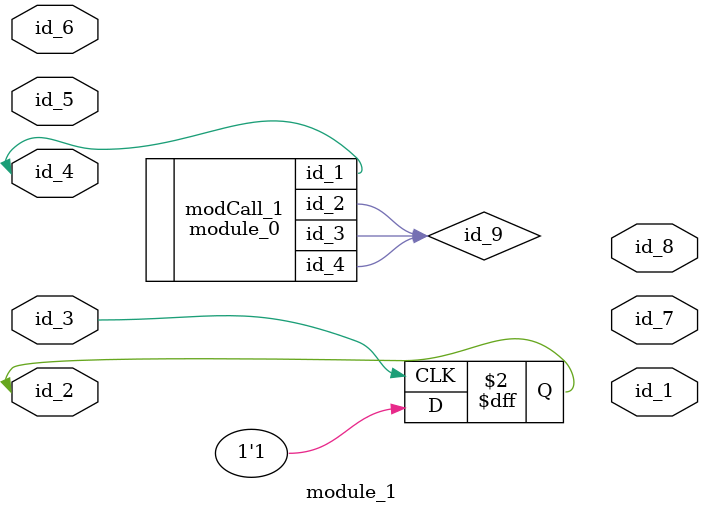
<source format=v>
module module_0 (
    id_1,
    id_2,
    id_3,
    id_4
);
  output wire id_4;
  inout wire id_3;
  inout wire id_2;
  output wire id_1;
  wire id_5;
  wire id_6;
endmodule
module module_1 (
    id_1,
    id_2,
    id_3,
    id_4,
    id_5,
    id_6,
    id_7,
    id_8
);
  output wire id_8;
  output wire id_7;
  input wire id_6;
  input wire id_5;
  inout wire id_4;
  input wire id_3;
  inout wire id_2;
  output wire id_1;
  wire id_9;
  module_0 modCall_1 (
      id_4,
      id_9,
      id_9,
      id_9
  );
  always @(posedge id_3) id_2 <= 1;
endmodule

</source>
